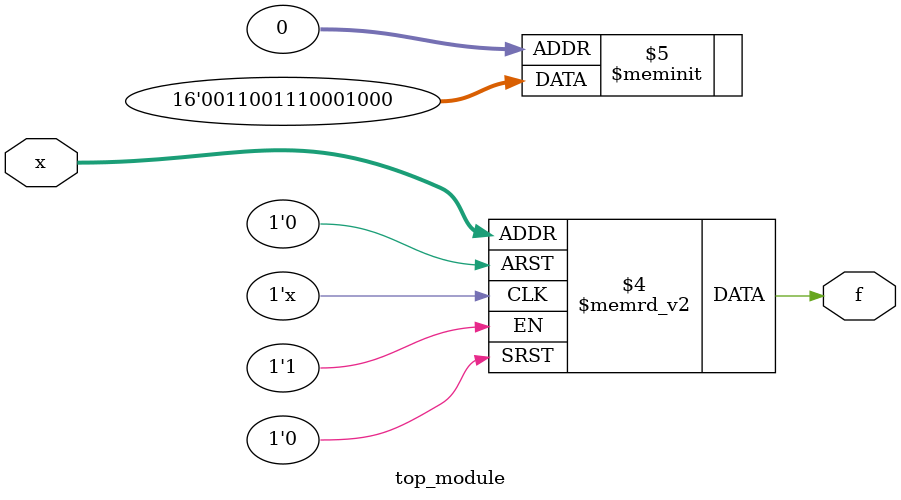
<source format=sv>
module top_module (
    input [4:1] x,
    output logic f
);

    always_comb begin
        case (x)
            4'b0001: f = 0;
            4'b0011: f = 1;
            4'b0110: f = 0;
            4'b0111: f = 1;
            4'b1000: f = 1;
            4'b1001: f = 1;
            4'b1010: f = 0;
            4'b1100: f = 1;
            4'b1101: f = 1;
            default: f = 0; // Handling don't-care terms
        endcase
    end

endmodule

</source>
